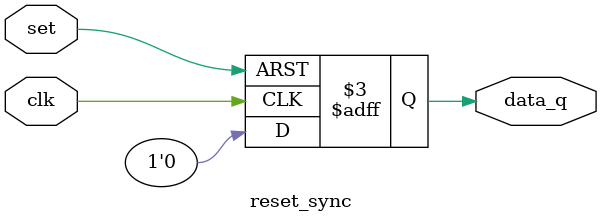
<source format=v>
module reset_sync(
    input wire clk,
    input wire set,
    output reg data_q
);

always @(negedge clk or posedge set) begin
    if(set == 1)
    data_q <= 1;
    else 
    data_q <= 0;
end

endmodule
</source>
